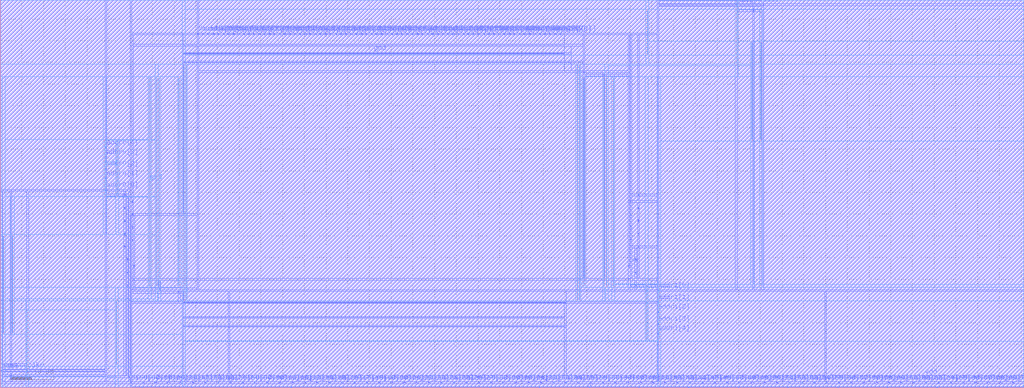
<source format=lef>
VERSION 5.4 ;
NAMESCASESENSITIVE ON ;
BUSBITCHARS "[]" ;
DIVIDERCHAR "/" ;
UNITS
  DATABASE MICRONS 2000 ;
END UNITS
MACRO freepdk45_sram_1w1r_32x72
   CLASS BLOCK ;
   SIZE 235.72 BY 89.4325 ;
   SYMMETRY X Y R90 ;
   PIN din0[0]
      DIRECTION INPUT ;
      PORT
         LAYER metal3 ;
         RECT  30.015 1.105 30.15 1.24 ;
      END
   END din0[0]
   PIN din0[1]
      DIRECTION INPUT ;
      PORT
         LAYER metal3 ;
         RECT  32.875 1.105 33.01 1.24 ;
      END
   END din0[1]
   PIN din0[2]
      DIRECTION INPUT ;
      PORT
         LAYER metal3 ;
         RECT  35.735 1.105 35.87 1.24 ;
      END
   END din0[2]
   PIN din0[3]
      DIRECTION INPUT ;
      PORT
         LAYER metal3 ;
         RECT  38.595 1.105 38.73 1.24 ;
      END
   END din0[3]
   PIN din0[4]
      DIRECTION INPUT ;
      PORT
         LAYER metal3 ;
         RECT  41.455 1.105 41.59 1.24 ;
      END
   END din0[4]
   PIN din0[5]
      DIRECTION INPUT ;
      PORT
         LAYER metal3 ;
         RECT  44.315 1.105 44.45 1.24 ;
      END
   END din0[5]
   PIN din0[6]
      DIRECTION INPUT ;
      PORT
         LAYER metal3 ;
         RECT  47.175 1.105 47.31 1.24 ;
      END
   END din0[6]
   PIN din0[7]
      DIRECTION INPUT ;
      PORT
         LAYER metal3 ;
         RECT  50.035 1.105 50.17 1.24 ;
      END
   END din0[7]
   PIN din0[8]
      DIRECTION INPUT ;
      PORT
         LAYER metal3 ;
         RECT  52.895 1.105 53.03 1.24 ;
      END
   END din0[8]
   PIN din0[9]
      DIRECTION INPUT ;
      PORT
         LAYER metal3 ;
         RECT  55.755 1.105 55.89 1.24 ;
      END
   END din0[9]
   PIN din0[10]
      DIRECTION INPUT ;
      PORT
         LAYER metal3 ;
         RECT  58.615 1.105 58.75 1.24 ;
      END
   END din0[10]
   PIN din0[11]
      DIRECTION INPUT ;
      PORT
         LAYER metal3 ;
         RECT  61.475 1.105 61.61 1.24 ;
      END
   END din0[11]
   PIN din0[12]
      DIRECTION INPUT ;
      PORT
         LAYER metal3 ;
         RECT  64.335 1.105 64.47 1.24 ;
      END
   END din0[12]
   PIN din0[13]
      DIRECTION INPUT ;
      PORT
         LAYER metal3 ;
         RECT  67.195 1.105 67.33 1.24 ;
      END
   END din0[13]
   PIN din0[14]
      DIRECTION INPUT ;
      PORT
         LAYER metal3 ;
         RECT  70.055 1.105 70.19 1.24 ;
      END
   END din0[14]
   PIN din0[15]
      DIRECTION INPUT ;
      PORT
         LAYER metal3 ;
         RECT  72.915 1.105 73.05 1.24 ;
      END
   END din0[15]
   PIN din0[16]
      DIRECTION INPUT ;
      PORT
         LAYER metal3 ;
         RECT  75.775 1.105 75.91 1.24 ;
      END
   END din0[16]
   PIN din0[17]
      DIRECTION INPUT ;
      PORT
         LAYER metal3 ;
         RECT  78.635 1.105 78.77 1.24 ;
      END
   END din0[17]
   PIN din0[18]
      DIRECTION INPUT ;
      PORT
         LAYER metal3 ;
         RECT  81.495 1.105 81.63 1.24 ;
      END
   END din0[18]
   PIN din0[19]
      DIRECTION INPUT ;
      PORT
         LAYER metal3 ;
         RECT  84.355 1.105 84.49 1.24 ;
      END
   END din0[19]
   PIN din0[20]
      DIRECTION INPUT ;
      PORT
         LAYER metal3 ;
         RECT  87.215 1.105 87.35 1.24 ;
      END
   END din0[20]
   PIN din0[21]
      DIRECTION INPUT ;
      PORT
         LAYER metal3 ;
         RECT  90.075 1.105 90.21 1.24 ;
      END
   END din0[21]
   PIN din0[22]
      DIRECTION INPUT ;
      PORT
         LAYER metal3 ;
         RECT  92.935 1.105 93.07 1.24 ;
      END
   END din0[22]
   PIN din0[23]
      DIRECTION INPUT ;
      PORT
         LAYER metal3 ;
         RECT  95.795 1.105 95.93 1.24 ;
      END
   END din0[23]
   PIN din0[24]
      DIRECTION INPUT ;
      PORT
         LAYER metal3 ;
         RECT  98.655 1.105 98.79 1.24 ;
      END
   END din0[24]
   PIN din0[25]
      DIRECTION INPUT ;
      PORT
         LAYER metal3 ;
         RECT  101.515 1.105 101.65 1.24 ;
      END
   END din0[25]
   PIN din0[26]
      DIRECTION INPUT ;
      PORT
         LAYER metal3 ;
         RECT  104.375 1.105 104.51 1.24 ;
      END
   END din0[26]
   PIN din0[27]
      DIRECTION INPUT ;
      PORT
         LAYER metal3 ;
         RECT  107.235 1.105 107.37 1.24 ;
      END
   END din0[27]
   PIN din0[28]
      DIRECTION INPUT ;
      PORT
         LAYER metal3 ;
         RECT  110.095 1.105 110.23 1.24 ;
      END
   END din0[28]
   PIN din0[29]
      DIRECTION INPUT ;
      PORT
         LAYER metal3 ;
         RECT  112.955 1.105 113.09 1.24 ;
      END
   END din0[29]
   PIN din0[30]
      DIRECTION INPUT ;
      PORT
         LAYER metal3 ;
         RECT  115.815 1.105 115.95 1.24 ;
      END
   END din0[30]
   PIN din0[31]
      DIRECTION INPUT ;
      PORT
         LAYER metal3 ;
         RECT  118.675 1.105 118.81 1.24 ;
      END
   END din0[31]
   PIN din0[32]
      DIRECTION INPUT ;
      PORT
         LAYER metal3 ;
         RECT  121.535 1.105 121.67 1.24 ;
      END
   END din0[32]
   PIN din0[33]
      DIRECTION INPUT ;
      PORT
         LAYER metal3 ;
         RECT  124.395 1.105 124.53 1.24 ;
      END
   END din0[33]
   PIN din0[34]
      DIRECTION INPUT ;
      PORT
         LAYER metal3 ;
         RECT  127.255 1.105 127.39 1.24 ;
      END
   END din0[34]
   PIN din0[35]
      DIRECTION INPUT ;
      PORT
         LAYER metal3 ;
         RECT  130.115 1.105 130.25 1.24 ;
      END
   END din0[35]
   PIN din0[36]
      DIRECTION INPUT ;
      PORT
         LAYER metal3 ;
         RECT  132.975 1.105 133.11 1.24 ;
      END
   END din0[36]
   PIN din0[37]
      DIRECTION INPUT ;
      PORT
         LAYER metal3 ;
         RECT  135.835 1.105 135.97 1.24 ;
      END
   END din0[37]
   PIN din0[38]
      DIRECTION INPUT ;
      PORT
         LAYER metal3 ;
         RECT  138.695 1.105 138.83 1.24 ;
      END
   END din0[38]
   PIN din0[39]
      DIRECTION INPUT ;
      PORT
         LAYER metal3 ;
         RECT  141.555 1.105 141.69 1.24 ;
      END
   END din0[39]
   PIN din0[40]
      DIRECTION INPUT ;
      PORT
         LAYER metal3 ;
         RECT  144.415 1.105 144.55 1.24 ;
      END
   END din0[40]
   PIN din0[41]
      DIRECTION INPUT ;
      PORT
         LAYER metal3 ;
         RECT  147.275 1.105 147.41 1.24 ;
      END
   END din0[41]
   PIN din0[42]
      DIRECTION INPUT ;
      PORT
         LAYER metal3 ;
         RECT  150.135 1.105 150.27 1.24 ;
      END
   END din0[42]
   PIN din0[43]
      DIRECTION INPUT ;
      PORT
         LAYER metal3 ;
         RECT  152.995 1.105 153.13 1.24 ;
      END
   END din0[43]
   PIN din0[44]
      DIRECTION INPUT ;
      PORT
         LAYER metal3 ;
         RECT  155.855 1.105 155.99 1.24 ;
      END
   END din0[44]
   PIN din0[45]
      DIRECTION INPUT ;
      PORT
         LAYER metal3 ;
         RECT  158.715 1.105 158.85 1.24 ;
      END
   END din0[45]
   PIN din0[46]
      DIRECTION INPUT ;
      PORT
         LAYER metal3 ;
         RECT  161.575 1.105 161.71 1.24 ;
      END
   END din0[46]
   PIN din0[47]
      DIRECTION INPUT ;
      PORT
         LAYER metal3 ;
         RECT  164.435 1.105 164.57 1.24 ;
      END
   END din0[47]
   PIN din0[48]
      DIRECTION INPUT ;
      PORT
         LAYER metal3 ;
         RECT  167.295 1.105 167.43 1.24 ;
      END
   END din0[48]
   PIN din0[49]
      DIRECTION INPUT ;
      PORT
         LAYER metal3 ;
         RECT  170.155 1.105 170.29 1.24 ;
      END
   END din0[49]
   PIN din0[50]
      DIRECTION INPUT ;
      PORT
         LAYER metal3 ;
         RECT  173.015 1.105 173.15 1.24 ;
      END
   END din0[50]
   PIN din0[51]
      DIRECTION INPUT ;
      PORT
         LAYER metal3 ;
         RECT  175.875 1.105 176.01 1.24 ;
      END
   END din0[51]
   PIN din0[52]
      DIRECTION INPUT ;
      PORT
         LAYER metal3 ;
         RECT  178.735 1.105 178.87 1.24 ;
      END
   END din0[52]
   PIN din0[53]
      DIRECTION INPUT ;
      PORT
         LAYER metal3 ;
         RECT  181.595 1.105 181.73 1.24 ;
      END
   END din0[53]
   PIN din0[54]
      DIRECTION INPUT ;
      PORT
         LAYER metal3 ;
         RECT  184.455 1.105 184.59 1.24 ;
      END
   END din0[54]
   PIN din0[55]
      DIRECTION INPUT ;
      PORT
         LAYER metal3 ;
         RECT  187.315 1.105 187.45 1.24 ;
      END
   END din0[55]
   PIN din0[56]
      DIRECTION INPUT ;
      PORT
         LAYER metal3 ;
         RECT  190.175 1.105 190.31 1.24 ;
      END
   END din0[56]
   PIN din0[57]
      DIRECTION INPUT ;
      PORT
         LAYER metal3 ;
         RECT  193.035 1.105 193.17 1.24 ;
      END
   END din0[57]
   PIN din0[58]
      DIRECTION INPUT ;
      PORT
         LAYER metal3 ;
         RECT  195.895 1.105 196.03 1.24 ;
      END
   END din0[58]
   PIN din0[59]
      DIRECTION INPUT ;
      PORT
         LAYER metal3 ;
         RECT  198.755 1.105 198.89 1.24 ;
      END
   END din0[59]
   PIN din0[60]
      DIRECTION INPUT ;
      PORT
         LAYER metal3 ;
         RECT  201.615 1.105 201.75 1.24 ;
      END
   END din0[60]
   PIN din0[61]
      DIRECTION INPUT ;
      PORT
         LAYER metal3 ;
         RECT  204.475 1.105 204.61 1.24 ;
      END
   END din0[61]
   PIN din0[62]
      DIRECTION INPUT ;
      PORT
         LAYER metal3 ;
         RECT  207.335 1.105 207.47 1.24 ;
      END
   END din0[62]
   PIN din0[63]
      DIRECTION INPUT ;
      PORT
         LAYER metal3 ;
         RECT  210.195 1.105 210.33 1.24 ;
      END
   END din0[63]
   PIN din0[64]
      DIRECTION INPUT ;
      PORT
         LAYER metal3 ;
         RECT  213.055 1.105 213.19 1.24 ;
      END
   END din0[64]
   PIN din0[65]
      DIRECTION INPUT ;
      PORT
         LAYER metal3 ;
         RECT  215.915 1.105 216.05 1.24 ;
      END
   END din0[65]
   PIN din0[66]
      DIRECTION INPUT ;
      PORT
         LAYER metal3 ;
         RECT  218.775 1.105 218.91 1.24 ;
      END
   END din0[66]
   PIN din0[67]
      DIRECTION INPUT ;
      PORT
         LAYER metal3 ;
         RECT  221.635 1.105 221.77 1.24 ;
      END
   END din0[67]
   PIN din0[68]
      DIRECTION INPUT ;
      PORT
         LAYER metal3 ;
         RECT  224.495 1.105 224.63 1.24 ;
      END
   END din0[68]
   PIN din0[69]
      DIRECTION INPUT ;
      PORT
         LAYER metal3 ;
         RECT  227.355 1.105 227.49 1.24 ;
      END
   END din0[69]
   PIN din0[70]
      DIRECTION INPUT ;
      PORT
         LAYER metal3 ;
         RECT  230.215 1.105 230.35 1.24 ;
      END
   END din0[70]
   PIN din0[71]
      DIRECTION INPUT ;
      PORT
         LAYER metal3 ;
         RECT  233.075 1.105 233.21 1.24 ;
      END
   END din0[71]
   PIN addr0[0]
      DIRECTION INPUT ;
      PORT
         LAYER metal3 ;
         RECT  24.295 45.47 24.43 45.605 ;
      END
   END addr0[0]
   PIN addr0[1]
      DIRECTION INPUT ;
      PORT
         LAYER metal3 ;
         RECT  24.295 48.2 24.43 48.335 ;
      END
   END addr0[1]
   PIN addr0[2]
      DIRECTION INPUT ;
      PORT
         LAYER metal3 ;
         RECT  24.295 50.41 24.43 50.545 ;
      END
   END addr0[2]
   PIN addr0[3]
      DIRECTION INPUT ;
      PORT
         LAYER metal3 ;
         RECT  24.295 53.14 24.43 53.275 ;
      END
   END addr0[3]
   PIN addr0[4]
      DIRECTION INPUT ;
      PORT
         LAYER metal3 ;
         RECT  24.295 55.35 24.43 55.485 ;
      END
   END addr0[4]
   PIN addr1[0]
      DIRECTION INPUT ;
      PORT
         LAYER metal3 ;
         RECT  151.335 22.33 151.47 22.465 ;
      END
   END addr1[0]
   PIN addr1[1]
      DIRECTION INPUT ;
      PORT
         LAYER metal3 ;
         RECT  151.335 19.6 151.47 19.735 ;
      END
   END addr1[1]
   PIN addr1[2]
      DIRECTION INPUT ;
      PORT
         LAYER metal3 ;
         RECT  151.335 17.39 151.47 17.525 ;
      END
   END addr1[2]
   PIN addr1[3]
      DIRECTION INPUT ;
      PORT
         LAYER metal3 ;
         RECT  151.335 14.66 151.47 14.795 ;
      END
   END addr1[3]
   PIN addr1[4]
      DIRECTION INPUT ;
      PORT
         LAYER metal3 ;
         RECT  151.335 12.45 151.47 12.585 ;
      END
   END addr1[4]
   PIN csb0
      DIRECTION INPUT ;
      PORT
         LAYER metal3 ;
         RECT  0.285 3.87 0.42 4.005 ;
      END
   END csb0
   PIN csb1
      DIRECTION INPUT ;
      PORT
         LAYER metal3 ;
         RECT  175.485 88.19 175.62 88.325 ;
      END
   END csb1
   PIN clk0
      DIRECTION INPUT ;
      PORT
         LAYER metal3 ;
         RECT  6.2475 3.955 6.3825 4.09 ;
      END
   END clk0
   PIN clk1
      DIRECTION INPUT ;
      PORT
         LAYER metal3 ;
         RECT  169.3825 88.105 169.5175 88.24 ;
      END
   END clk1
   PIN dout1[0]
      DIRECTION OUTPUT ;
      PORT
         LAYER metal3 ;
         RECT  45.4525 81.4825 45.5875 81.6175 ;
      END
   END dout1[0]
   PIN dout1[1]
      DIRECTION OUTPUT ;
      PORT
         LAYER metal3 ;
         RECT  46.6275 81.4825 46.7625 81.6175 ;
      END
   END dout1[1]
   PIN dout1[2]
      DIRECTION OUTPUT ;
      PORT
         LAYER metal3 ;
         RECT  47.8025 81.4825 47.9375 81.6175 ;
      END
   END dout1[2]
   PIN dout1[3]
      DIRECTION OUTPUT ;
      PORT
         LAYER metal3 ;
         RECT  48.9775 81.4825 49.1125 81.6175 ;
      END
   END dout1[3]
   PIN dout1[4]
      DIRECTION OUTPUT ;
      PORT
         LAYER metal3 ;
         RECT  50.1525 81.4825 50.2875 81.6175 ;
      END
   END dout1[4]
   PIN dout1[5]
      DIRECTION OUTPUT ;
      PORT
         LAYER metal3 ;
         RECT  51.3275 81.4825 51.4625 81.6175 ;
      END
   END dout1[5]
   PIN dout1[6]
      DIRECTION OUTPUT ;
      PORT
         LAYER metal3 ;
         RECT  52.5025 81.4825 52.6375 81.6175 ;
      END
   END dout1[6]
   PIN dout1[7]
      DIRECTION OUTPUT ;
      PORT
         LAYER metal3 ;
         RECT  53.6775 81.4825 53.8125 81.6175 ;
      END
   END dout1[7]
   PIN dout1[8]
      DIRECTION OUTPUT ;
      PORT
         LAYER metal3 ;
         RECT  54.8525 81.4825 54.9875 81.6175 ;
      END
   END dout1[8]
   PIN dout1[9]
      DIRECTION OUTPUT ;
      PORT
         LAYER metal3 ;
         RECT  56.0275 81.4825 56.1625 81.6175 ;
      END
   END dout1[9]
   PIN dout1[10]
      DIRECTION OUTPUT ;
      PORT
         LAYER metal3 ;
         RECT  57.2025 81.4825 57.3375 81.6175 ;
      END
   END dout1[10]
   PIN dout1[11]
      DIRECTION OUTPUT ;
      PORT
         LAYER metal3 ;
         RECT  58.3775 81.4825 58.5125 81.6175 ;
      END
   END dout1[11]
   PIN dout1[12]
      DIRECTION OUTPUT ;
      PORT
         LAYER metal3 ;
         RECT  59.5525 81.4825 59.6875 81.6175 ;
      END
   END dout1[12]
   PIN dout1[13]
      DIRECTION OUTPUT ;
      PORT
         LAYER metal3 ;
         RECT  60.7275 81.4825 60.8625 81.6175 ;
      END
   END dout1[13]
   PIN dout1[14]
      DIRECTION OUTPUT ;
      PORT
         LAYER metal3 ;
         RECT  61.9025 81.4825 62.0375 81.6175 ;
      END
   END dout1[14]
   PIN dout1[15]
      DIRECTION OUTPUT ;
      PORT
         LAYER metal3 ;
         RECT  63.0775 81.4825 63.2125 81.6175 ;
      END
   END dout1[15]
   PIN dout1[16]
      DIRECTION OUTPUT ;
      PORT
         LAYER metal3 ;
         RECT  64.2525 81.4825 64.3875 81.6175 ;
      END
   END dout1[16]
   PIN dout1[17]
      DIRECTION OUTPUT ;
      PORT
         LAYER metal3 ;
         RECT  65.4275 81.4825 65.5625 81.6175 ;
      END
   END dout1[17]
   PIN dout1[18]
      DIRECTION OUTPUT ;
      PORT
         LAYER metal3 ;
         RECT  66.6025 81.4825 66.7375 81.6175 ;
      END
   END dout1[18]
   PIN dout1[19]
      DIRECTION OUTPUT ;
      PORT
         LAYER metal3 ;
         RECT  67.7775 81.4825 67.9125 81.6175 ;
      END
   END dout1[19]
   PIN dout1[20]
      DIRECTION OUTPUT ;
      PORT
         LAYER metal3 ;
         RECT  68.9525 81.4825 69.0875 81.6175 ;
      END
   END dout1[20]
   PIN dout1[21]
      DIRECTION OUTPUT ;
      PORT
         LAYER metal3 ;
         RECT  70.1275 81.4825 70.2625 81.6175 ;
      END
   END dout1[21]
   PIN dout1[22]
      DIRECTION OUTPUT ;
      PORT
         LAYER metal3 ;
         RECT  71.3025 81.4825 71.4375 81.6175 ;
      END
   END dout1[22]
   PIN dout1[23]
      DIRECTION OUTPUT ;
      PORT
         LAYER metal3 ;
         RECT  72.4775 81.4825 72.6125 81.6175 ;
      END
   END dout1[23]
   PIN dout1[24]
      DIRECTION OUTPUT ;
      PORT
         LAYER metal3 ;
         RECT  73.6525 81.4825 73.7875 81.6175 ;
      END
   END dout1[24]
   PIN dout1[25]
      DIRECTION OUTPUT ;
      PORT
         LAYER metal3 ;
         RECT  74.8275 81.4825 74.9625 81.6175 ;
      END
   END dout1[25]
   PIN dout1[26]
      DIRECTION OUTPUT ;
      PORT
         LAYER metal3 ;
         RECT  76.0025 81.4825 76.1375 81.6175 ;
      END
   END dout1[26]
   PIN dout1[27]
      DIRECTION OUTPUT ;
      PORT
         LAYER metal3 ;
         RECT  77.1775 81.4825 77.3125 81.6175 ;
      END
   END dout1[27]
   PIN dout1[28]
      DIRECTION OUTPUT ;
      PORT
         LAYER metal3 ;
         RECT  78.3525 81.4825 78.4875 81.6175 ;
      END
   END dout1[28]
   PIN dout1[29]
      DIRECTION OUTPUT ;
      PORT
         LAYER metal3 ;
         RECT  79.5275 81.4825 79.6625 81.6175 ;
      END
   END dout1[29]
   PIN dout1[30]
      DIRECTION OUTPUT ;
      PORT
         LAYER metal3 ;
         RECT  80.7025 81.4825 80.8375 81.6175 ;
      END
   END dout1[30]
   PIN dout1[31]
      DIRECTION OUTPUT ;
      PORT
         LAYER metal3 ;
         RECT  81.8775 81.4825 82.0125 81.6175 ;
      END
   END dout1[31]
   PIN dout1[32]
      DIRECTION OUTPUT ;
      PORT
         LAYER metal3 ;
         RECT  83.0525 81.4825 83.1875 81.6175 ;
      END
   END dout1[32]
   PIN dout1[33]
      DIRECTION OUTPUT ;
      PORT
         LAYER metal3 ;
         RECT  84.2275 81.4825 84.3625 81.6175 ;
      END
   END dout1[33]
   PIN dout1[34]
      DIRECTION OUTPUT ;
      PORT
         LAYER metal3 ;
         RECT  85.4025 81.4825 85.5375 81.6175 ;
      END
   END dout1[34]
   PIN dout1[35]
      DIRECTION OUTPUT ;
      PORT
         LAYER metal3 ;
         RECT  86.5775 81.4825 86.7125 81.6175 ;
      END
   END dout1[35]
   PIN dout1[36]
      DIRECTION OUTPUT ;
      PORT
         LAYER metal3 ;
         RECT  87.7525 81.4825 87.8875 81.6175 ;
      END
   END dout1[36]
   PIN dout1[37]
      DIRECTION OUTPUT ;
      PORT
         LAYER metal3 ;
         RECT  88.9275 81.4825 89.0625 81.6175 ;
      END
   END dout1[37]
   PIN dout1[38]
      DIRECTION OUTPUT ;
      PORT
         LAYER metal3 ;
         RECT  90.1025 81.4825 90.2375 81.6175 ;
      END
   END dout1[38]
   PIN dout1[39]
      DIRECTION OUTPUT ;
      PORT
         LAYER metal3 ;
         RECT  91.2775 81.4825 91.4125 81.6175 ;
      END
   END dout1[39]
   PIN dout1[40]
      DIRECTION OUTPUT ;
      PORT
         LAYER metal3 ;
         RECT  92.4525 81.4825 92.5875 81.6175 ;
      END
   END dout1[40]
   PIN dout1[41]
      DIRECTION OUTPUT ;
      PORT
         LAYER metal3 ;
         RECT  93.6275 81.4825 93.7625 81.6175 ;
      END
   END dout1[41]
   PIN dout1[42]
      DIRECTION OUTPUT ;
      PORT
         LAYER metal3 ;
         RECT  94.8025 81.4825 94.9375 81.6175 ;
      END
   END dout1[42]
   PIN dout1[43]
      DIRECTION OUTPUT ;
      PORT
         LAYER metal3 ;
         RECT  95.9775 81.4825 96.1125 81.6175 ;
      END
   END dout1[43]
   PIN dout1[44]
      DIRECTION OUTPUT ;
      PORT
         LAYER metal3 ;
         RECT  97.1525 81.4825 97.2875 81.6175 ;
      END
   END dout1[44]
   PIN dout1[45]
      DIRECTION OUTPUT ;
      PORT
         LAYER metal3 ;
         RECT  98.3275 81.4825 98.4625 81.6175 ;
      END
   END dout1[45]
   PIN dout1[46]
      DIRECTION OUTPUT ;
      PORT
         LAYER metal3 ;
         RECT  99.5025 81.4825 99.6375 81.6175 ;
      END
   END dout1[46]
   PIN dout1[47]
      DIRECTION OUTPUT ;
      PORT
         LAYER metal3 ;
         RECT  100.6775 81.4825 100.8125 81.6175 ;
      END
   END dout1[47]
   PIN dout1[48]
      DIRECTION OUTPUT ;
      PORT
         LAYER metal3 ;
         RECT  101.8525 81.4825 101.9875 81.6175 ;
      END
   END dout1[48]
   PIN dout1[49]
      DIRECTION OUTPUT ;
      PORT
         LAYER metal3 ;
         RECT  103.0275 81.4825 103.1625 81.6175 ;
      END
   END dout1[49]
   PIN dout1[50]
      DIRECTION OUTPUT ;
      PORT
         LAYER metal3 ;
         RECT  104.2025 81.4825 104.3375 81.6175 ;
      END
   END dout1[50]
   PIN dout1[51]
      DIRECTION OUTPUT ;
      PORT
         LAYER metal3 ;
         RECT  105.3775 81.4825 105.5125 81.6175 ;
      END
   END dout1[51]
   PIN dout1[52]
      DIRECTION OUTPUT ;
      PORT
         LAYER metal3 ;
         RECT  106.5525 81.4825 106.6875 81.6175 ;
      END
   END dout1[52]
   PIN dout1[53]
      DIRECTION OUTPUT ;
      PORT
         LAYER metal3 ;
         RECT  107.7275 81.4825 107.8625 81.6175 ;
      END
   END dout1[53]
   PIN dout1[54]
      DIRECTION OUTPUT ;
      PORT
         LAYER metal3 ;
         RECT  108.9025 81.4825 109.0375 81.6175 ;
      END
   END dout1[54]
   PIN dout1[55]
      DIRECTION OUTPUT ;
      PORT
         LAYER metal3 ;
         RECT  110.0775 81.4825 110.2125 81.6175 ;
      END
   END dout1[55]
   PIN dout1[56]
      DIRECTION OUTPUT ;
      PORT
         LAYER metal3 ;
         RECT  111.2525 81.4825 111.3875 81.6175 ;
      END
   END dout1[56]
   PIN dout1[57]
      DIRECTION OUTPUT ;
      PORT
         LAYER metal3 ;
         RECT  112.4275 81.4825 112.5625 81.6175 ;
      END
   END dout1[57]
   PIN dout1[58]
      DIRECTION OUTPUT ;
      PORT
         LAYER metal3 ;
         RECT  113.6025 81.4825 113.7375 81.6175 ;
      END
   END dout1[58]
   PIN dout1[59]
      DIRECTION OUTPUT ;
      PORT
         LAYER metal3 ;
         RECT  114.7775 81.4825 114.9125 81.6175 ;
      END
   END dout1[59]
   PIN dout1[60]
      DIRECTION OUTPUT ;
      PORT
         LAYER metal3 ;
         RECT  115.9525 81.4825 116.0875 81.6175 ;
      END
   END dout1[60]
   PIN dout1[61]
      DIRECTION OUTPUT ;
      PORT
         LAYER metal3 ;
         RECT  117.1275 81.4825 117.2625 81.6175 ;
      END
   END dout1[61]
   PIN dout1[62]
      DIRECTION OUTPUT ;
      PORT
         LAYER metal3 ;
         RECT  118.3025 81.4825 118.4375 81.6175 ;
      END
   END dout1[62]
   PIN dout1[63]
      DIRECTION OUTPUT ;
      PORT
         LAYER metal3 ;
         RECT  119.4775 81.4825 119.6125 81.6175 ;
      END
   END dout1[63]
   PIN dout1[64]
      DIRECTION OUTPUT ;
      PORT
         LAYER metal3 ;
         RECT  120.6525 81.4825 120.7875 81.6175 ;
      END
   END dout1[64]
   PIN dout1[65]
      DIRECTION OUTPUT ;
      PORT
         LAYER metal3 ;
         RECT  121.8275 81.4825 121.9625 81.6175 ;
      END
   END dout1[65]
   PIN dout1[66]
      DIRECTION OUTPUT ;
      PORT
         LAYER metal3 ;
         RECT  123.0025 81.4825 123.1375 81.6175 ;
      END
   END dout1[66]
   PIN dout1[67]
      DIRECTION OUTPUT ;
      PORT
         LAYER metal3 ;
         RECT  124.1775 81.4825 124.3125 81.6175 ;
      END
   END dout1[67]
   PIN dout1[68]
      DIRECTION OUTPUT ;
      PORT
         LAYER metal3 ;
         RECT  125.3525 81.4825 125.4875 81.6175 ;
      END
   END dout1[68]
   PIN dout1[69]
      DIRECTION OUTPUT ;
      PORT
         LAYER metal3 ;
         RECT  126.5275 81.4825 126.6625 81.6175 ;
      END
   END dout1[69]
   PIN dout1[70]
      DIRECTION OUTPUT ;
      PORT
         LAYER metal3 ;
         RECT  127.7025 81.4825 127.8375 81.6175 ;
      END
   END dout1[70]
   PIN dout1[71]
      DIRECTION OUTPUT ;
      PORT
         LAYER metal3 ;
         RECT  128.8775 81.4825 129.0125 81.6175 ;
      END
   END dout1[71]
   PIN vdd
      DIRECTION INOUT ;
      USE POWER ; 
      SHAPE ABUTMENT ; 
      PORT
         LAYER metal3 ;
         RECT  52.6125 2.47 52.7475 2.605 ;
         LAYER metal3 ;
         RECT  42.2675 19.5675 130.1525 19.6375 ;
         LAYER metal3 ;
         RECT  2.425 5.235 2.56 5.37 ;
         LAYER metal3 ;
         RECT  189.8925 2.47 190.0275 2.605 ;
         LAYER metal4 ;
         RECT  42.2 20.2625 42.34 74.3325 ;
         LAYER metal3 ;
         RECT  144.6975 24.93 144.8325 25.065 ;
         LAYER metal4 ;
         RECT  133.23 20.2625 133.37 74.3325 ;
         LAYER metal3 ;
         RECT  30.3925 39.88 30.5275 40.015 ;
         LAYER metal3 ;
         RECT  201.3325 2.47 201.4675 2.605 ;
         LAYER metal4 ;
         RECT  35.945 23.4325 36.085 71.4825 ;
         LAYER metal3 ;
         RECT  134.3125 72.77 134.4475 72.905 ;
         LAYER metal4 ;
         RECT  148.895 76.9425 149.035 86.9625 ;
         LAYER metal3 ;
         RECT  109.8125 2.47 109.9475 2.605 ;
         LAYER metal3 ;
         RECT  167.0125 2.47 167.1475 2.605 ;
         LAYER metal3 ;
         RECT  178.4525 2.47 178.5875 2.605 ;
         LAYER metal3 ;
         RECT  173.345 86.825 173.48 86.96 ;
         LAYER metal3 ;
         RECT  144.6975 27.92 144.8325 28.055 ;
         LAYER metal4 ;
         RECT  0.6875 12.61 0.8275 35.0125 ;
         LAYER metal3 ;
         RECT  224.2125 2.47 224.3475 2.605 ;
         LAYER metal4 ;
         RECT  139.485 23.4325 139.625 71.4825 ;
         LAYER metal3 ;
         RECT  30.3925 42.87 30.5275 43.005 ;
         LAYER metal3 ;
         RECT  30.7375 24.93 30.8725 25.065 ;
         LAYER metal4 ;
         RECT  134.31 23.4325 134.45 71.4125 ;
         LAYER metal3 ;
         RECT  41.1225 21.94 41.2575 22.075 ;
         LAYER metal4 ;
         RECT  151.615 11.0175 151.755 23.5725 ;
         LAYER metal3 ;
         RECT  30.3925 36.89 30.5275 37.025 ;
         LAYER metal3 ;
         RECT  145.0425 42.87 145.1775 43.005 ;
         LAYER metal3 ;
         RECT  132.6925 2.47 132.8275 2.605 ;
         LAYER metal3 ;
         RECT  75.4925 2.47 75.6275 2.605 ;
         LAYER metal3 ;
         RECT  30.3925 33.9 30.5275 34.035 ;
         LAYER metal3 ;
         RECT  42.2675 78.925 129.6825 78.995 ;
         LAYER metal3 ;
         RECT  41.1725 2.47 41.3075 2.605 ;
         LAYER metal3 ;
         RECT  42.2675 75.0275 131.3275 75.0975 ;
         LAYER metal3 ;
         RECT  98.3725 2.47 98.5075 2.605 ;
         LAYER metal3 ;
         RECT  145.0425 39.88 145.1775 40.015 ;
         LAYER metal4 ;
         RECT  41.12 23.4325 41.26 71.4125 ;
         LAYER metal3 ;
         RECT  36.565 22.7275 36.7 22.8625 ;
         LAYER metal3 ;
         RECT  144.1325 2.47 144.2675 2.605 ;
         LAYER metal3 ;
         RECT  30.7375 27.92 30.8725 28.055 ;
         LAYER metal3 ;
         RECT  145.0425 36.89 145.1775 37.025 ;
         LAYER metal3 ;
         RECT  29.7325 2.47 29.8675 2.605 ;
         LAYER metal3 ;
         RECT  42.2675 14.1325 129.6825 14.2025 ;
         LAYER metal4 ;
         RECT  26.73 5.2325 26.87 20.1925 ;
         LAYER metal3 ;
         RECT  121.2525 2.47 121.3875 2.605 ;
         LAYER metal3 ;
         RECT  155.5725 2.47 155.7075 2.605 ;
         LAYER metal3 ;
         RECT  64.0525 2.47 64.1875 2.605 ;
         LAYER metal3 ;
         RECT  145.0425 33.9 145.1775 34.035 ;
         LAYER metal4 ;
         RECT  175.0775 57.1825 175.2175 79.585 ;
         LAYER metal3 ;
         RECT  86.9325 2.47 87.0675 2.605 ;
         LAYER metal3 ;
         RECT  138.87 71.9825 139.005 72.1175 ;
         LAYER metal4 ;
         RECT  24.01 44.3625 24.15 56.9175 ;
         LAYER metal3 ;
         RECT  212.7725 2.47 212.9075 2.605 ;
      END
   END vdd
   PIN gnd
      DIRECTION INOUT ;
      USE GROUND ; 
      SHAPE ABUTMENT ; 
      PORT
         LAYER metal4 ;
         RECT  6.105 2.7625 6.245 17.7225 ;
         LAYER metal3 ;
         RECT  146.85 44.365 146.985 44.5 ;
         LAYER metal4 ;
         RECT  173.015 57.15 173.155 79.5525 ;
         LAYER metal3 ;
         RECT  135.5525 0.0 135.6875 0.135 ;
         LAYER metal3 ;
         RECT  227.0725 0.0 227.2075 0.135 ;
         LAYER metal3 ;
         RECT  173.345 89.295 173.48 89.43 ;
         LAYER metal4 ;
         RECT  36.505 23.4 36.645 71.445 ;
         LAYER metal3 ;
         RECT  28.585 44.365 28.72 44.5 ;
         LAYER metal3 ;
         RECT  204.1925 0.0 204.3275 0.135 ;
         LAYER metal3 ;
         RECT  55.4725 0.0 55.6075 0.135 ;
         LAYER metal3 ;
         RECT  29.21 23.435 29.345 23.57 ;
         LAYER metal3 ;
         RECT  146.85 32.405 146.985 32.54 ;
         LAYER metal3 ;
         RECT  29.21 29.415 29.345 29.55 ;
         LAYER metal3 ;
         RECT  32.5925 0.0 32.7275 0.135 ;
         LAYER metal3 ;
         RECT  124.1125 0.0 124.2475 0.135 ;
         LAYER metal3 ;
         RECT  28.585 41.375 28.72 41.51 ;
         LAYER metal4 ;
         RECT  26.87 44.2975 27.01 56.8525 ;
         LAYER metal3 ;
         RECT  89.7925 0.0 89.9275 0.135 ;
         LAYER metal4 ;
         RECT  141.075 23.4 141.215 71.4825 ;
         LAYER metal3 ;
         RECT  146.225 29.415 146.36 29.55 ;
         LAYER metal3 ;
         RECT  44.0325 0.0 44.1675 0.135 ;
         LAYER metal3 ;
         RECT  66.9125 0.0 67.0475 0.135 ;
         LAYER metal3 ;
         RECT  146.85 38.385 146.985 38.52 ;
         LAYER metal3 ;
         RECT  29.21 26.425 29.345 26.56 ;
         LAYER metal3 ;
         RECT  28.585 32.405 28.72 32.54 ;
         LAYER metal3 ;
         RECT  146.85 35.395 146.985 35.53 ;
         LAYER metal3 ;
         RECT  215.6325 0.0 215.7675 0.135 ;
         LAYER metal4 ;
         RECT  138.925 23.4 139.065 71.445 ;
         LAYER metal3 ;
         RECT  146.225 26.425 146.36 26.56 ;
         LAYER metal3 ;
         RECT  146.225 23.435 146.36 23.57 ;
         LAYER metal3 ;
         RECT  169.8725 0.0 170.0075 0.135 ;
         LAYER metal3 ;
         RECT  146.85 41.375 146.985 41.51 ;
         LAYER metal4 ;
         RECT  148.755 11.0825 148.895 23.6375 ;
         LAYER metal4 ;
         RECT  132.77 20.2625 132.91 74.3325 ;
         LAYER metal3 ;
         RECT  181.3125 0.0 181.4475 0.135 ;
         LAYER metal3 ;
         RECT  101.2325 0.0 101.3675 0.135 ;
         LAYER metal3 ;
         RECT  28.585 35.395 28.72 35.53 ;
         LAYER metal3 ;
         RECT  192.7525 0.0 192.8875 0.135 ;
         LAYER metal3 ;
         RECT  78.3525 0.0 78.4875 0.135 ;
         LAYER metal3 ;
         RECT  146.9925 0.0 147.1275 0.135 ;
         LAYER metal3 ;
         RECT  42.2675 16.1825 129.6825 16.2525 ;
         LAYER metal4 ;
         RECT  2.75 12.6425 2.89 35.045 ;
         LAYER metal3 ;
         RECT  112.6725 0.0 112.8075 0.135 ;
         LAYER metal4 ;
         RECT  42.66 20.2625 42.8 74.3325 ;
         LAYER metal3 ;
         RECT  158.4325 0.0 158.5675 0.135 ;
         LAYER metal3 ;
         RECT  28.585 38.385 28.72 38.52 ;
         LAYER metal3 ;
         RECT  2.425 2.765 2.56 2.9 ;
         LAYER metal4 ;
         RECT  169.52 74.4725 169.66 89.4325 ;
         LAYER metal3 ;
         RECT  42.2675 77.0325 129.7175 77.1025 ;
         LAYER metal4 ;
         RECT  34.355 23.4 34.495 71.4825 ;
      END
   END gnd
   OBS
   LAYER  metal1 ;
      RECT  0.14 0.14 235.58 89.2925 ;
   LAYER  metal2 ;
      RECT  0.14 0.14 235.58 89.2925 ;
   LAYER  metal3 ;
      RECT  0.14 0.14 29.875 0.965 ;
      RECT  0.14 0.965 29.875 1.38 ;
      RECT  29.875 0.14 30.29 0.965 ;
      RECT  30.29 0.965 32.735 1.38 ;
      RECT  33.15 0.965 35.595 1.38 ;
      RECT  36.01 0.965 38.455 1.38 ;
      RECT  38.87 0.965 41.315 1.38 ;
      RECT  41.73 0.965 44.175 1.38 ;
      RECT  44.59 0.965 47.035 1.38 ;
      RECT  47.45 0.965 49.895 1.38 ;
      RECT  50.31 0.965 52.755 1.38 ;
      RECT  53.17 0.965 55.615 1.38 ;
      RECT  56.03 0.965 58.475 1.38 ;
      RECT  58.89 0.965 61.335 1.38 ;
      RECT  61.75 0.965 64.195 1.38 ;
      RECT  64.61 0.965 67.055 1.38 ;
      RECT  67.47 0.965 69.915 1.38 ;
      RECT  70.33 0.965 72.775 1.38 ;
      RECT  73.19 0.965 75.635 1.38 ;
      RECT  76.05 0.965 78.495 1.38 ;
      RECT  78.91 0.965 81.355 1.38 ;
      RECT  81.77 0.965 84.215 1.38 ;
      RECT  84.63 0.965 87.075 1.38 ;
      RECT  87.49 0.965 89.935 1.38 ;
      RECT  90.35 0.965 92.795 1.38 ;
      RECT  93.21 0.965 95.655 1.38 ;
      RECT  96.07 0.965 98.515 1.38 ;
      RECT  98.93 0.965 101.375 1.38 ;
      RECT  101.79 0.965 104.235 1.38 ;
      RECT  104.65 0.965 107.095 1.38 ;
      RECT  107.51 0.965 109.955 1.38 ;
      RECT  110.37 0.965 112.815 1.38 ;
      RECT  113.23 0.965 115.675 1.38 ;
      RECT  116.09 0.965 118.535 1.38 ;
      RECT  118.95 0.965 121.395 1.38 ;
      RECT  121.81 0.965 124.255 1.38 ;
      RECT  124.67 0.965 127.115 1.38 ;
      RECT  127.53 0.965 129.975 1.38 ;
      RECT  130.39 0.965 132.835 1.38 ;
      RECT  133.25 0.965 135.695 1.38 ;
      RECT  136.11 0.965 138.555 1.38 ;
      RECT  138.97 0.965 141.415 1.38 ;
      RECT  141.83 0.965 144.275 1.38 ;
      RECT  144.69 0.965 147.135 1.38 ;
      RECT  147.55 0.965 149.995 1.38 ;
      RECT  150.41 0.965 152.855 1.38 ;
      RECT  153.27 0.965 155.715 1.38 ;
      RECT  156.13 0.965 158.575 1.38 ;
      RECT  158.99 0.965 161.435 1.38 ;
      RECT  161.85 0.965 164.295 1.38 ;
      RECT  164.71 0.965 167.155 1.38 ;
      RECT  167.57 0.965 170.015 1.38 ;
      RECT  170.43 0.965 172.875 1.38 ;
      RECT  173.29 0.965 175.735 1.38 ;
      RECT  176.15 0.965 178.595 1.38 ;
      RECT  179.01 0.965 181.455 1.38 ;
      RECT  181.87 0.965 184.315 1.38 ;
      RECT  184.73 0.965 187.175 1.38 ;
      RECT  187.59 0.965 190.035 1.38 ;
      RECT  190.45 0.965 192.895 1.38 ;
      RECT  193.31 0.965 195.755 1.38 ;
      RECT  196.17 0.965 198.615 1.38 ;
      RECT  199.03 0.965 201.475 1.38 ;
      RECT  201.89 0.965 204.335 1.38 ;
      RECT  204.75 0.965 207.195 1.38 ;
      RECT  207.61 0.965 210.055 1.38 ;
      RECT  210.47 0.965 212.915 1.38 ;
      RECT  213.33 0.965 215.775 1.38 ;
      RECT  216.19 0.965 218.635 1.38 ;
      RECT  219.05 0.965 221.495 1.38 ;
      RECT  221.91 0.965 224.355 1.38 ;
      RECT  224.77 0.965 227.215 1.38 ;
      RECT  227.63 0.965 230.075 1.38 ;
      RECT  230.49 0.965 232.935 1.38 ;
      RECT  233.35 0.965 235.58 1.38 ;
      RECT  0.14 45.33 24.155 45.745 ;
      RECT  0.14 45.745 24.155 89.2925 ;
      RECT  24.155 1.38 24.57 45.33 ;
      RECT  24.57 45.33 29.875 45.745 ;
      RECT  24.57 45.745 29.875 89.2925 ;
      RECT  24.155 45.745 24.57 48.06 ;
      RECT  24.155 48.475 24.57 50.27 ;
      RECT  24.155 50.685 24.57 53.0 ;
      RECT  24.155 53.415 24.57 55.21 ;
      RECT  24.155 55.625 24.57 89.2925 ;
      RECT  151.195 22.605 151.61 89.2925 ;
      RECT  151.61 22.19 235.58 22.605 ;
      RECT  151.195 19.875 151.61 22.19 ;
      RECT  151.195 17.665 151.61 19.46 ;
      RECT  151.195 14.935 151.61 17.25 ;
      RECT  151.195 1.38 151.61 12.31 ;
      RECT  151.195 12.725 151.61 14.52 ;
      RECT  0.14 1.38 0.145 3.73 ;
      RECT  0.14 3.73 0.145 4.145 ;
      RECT  0.14 4.145 0.145 45.33 ;
      RECT  0.145 1.38 0.56 3.73 ;
      RECT  0.145 4.145 0.56 45.33 ;
      RECT  175.345 22.605 175.76 88.05 ;
      RECT  175.345 88.465 175.76 89.2925 ;
      RECT  175.76 22.605 235.58 88.05 ;
      RECT  175.76 88.05 235.58 88.465 ;
      RECT  175.76 88.465 235.58 89.2925 ;
      RECT  0.56 3.73 6.1075 3.815 ;
      RECT  0.56 3.815 6.1075 4.145 ;
      RECT  6.1075 3.73 6.5225 3.815 ;
      RECT  6.5225 3.73 24.155 3.815 ;
      RECT  6.5225 3.815 24.155 4.145 ;
      RECT  0.56 4.145 6.1075 4.23 ;
      RECT  6.1075 4.23 6.5225 45.33 ;
      RECT  6.5225 4.145 24.155 4.23 ;
      RECT  6.5225 4.23 24.155 45.33 ;
      RECT  151.61 22.605 169.2425 87.965 ;
      RECT  151.61 87.965 169.2425 88.05 ;
      RECT  169.2425 22.605 169.6575 87.965 ;
      RECT  169.6575 87.965 175.345 88.05 ;
      RECT  151.61 88.05 169.2425 88.38 ;
      RECT  151.61 88.38 169.2425 88.465 ;
      RECT  169.2425 88.38 169.6575 88.465 ;
      RECT  169.6575 88.05 175.345 88.38 ;
      RECT  169.6575 88.38 175.345 88.465 ;
      RECT  30.29 81.3425 45.3125 81.7575 ;
      RECT  30.29 81.7575 45.3125 89.2925 ;
      RECT  45.3125 81.7575 45.7275 89.2925 ;
      RECT  45.7275 81.7575 151.195 89.2925 ;
      RECT  45.7275 81.3425 46.4875 81.7575 ;
      RECT  46.9025 81.3425 47.6625 81.7575 ;
      RECT  48.0775 81.3425 48.8375 81.7575 ;
      RECT  49.2525 81.3425 50.0125 81.7575 ;
      RECT  50.4275 81.3425 51.1875 81.7575 ;
      RECT  51.6025 81.3425 52.3625 81.7575 ;
      RECT  52.7775 81.3425 53.5375 81.7575 ;
      RECT  53.9525 81.3425 54.7125 81.7575 ;
      RECT  55.1275 81.3425 55.8875 81.7575 ;
      RECT  56.3025 81.3425 57.0625 81.7575 ;
      RECT  57.4775 81.3425 58.2375 81.7575 ;
      RECT  58.6525 81.3425 59.4125 81.7575 ;
      RECT  59.8275 81.3425 60.5875 81.7575 ;
      RECT  61.0025 81.3425 61.7625 81.7575 ;
      RECT  62.1775 81.3425 62.9375 81.7575 ;
      RECT  63.3525 81.3425 64.1125 81.7575 ;
      RECT  64.5275 81.3425 65.2875 81.7575 ;
      RECT  65.7025 81.3425 66.4625 81.7575 ;
      RECT  66.8775 81.3425 67.6375 81.7575 ;
      RECT  68.0525 81.3425 68.8125 81.7575 ;
      RECT  69.2275 81.3425 69.9875 81.7575 ;
      RECT  70.4025 81.3425 71.1625 81.7575 ;
      RECT  71.5775 81.3425 72.3375 81.7575 ;
      RECT  72.7525 81.3425 73.5125 81.7575 ;
      RECT  73.9275 81.3425 74.6875 81.7575 ;
      RECT  75.1025 81.3425 75.8625 81.7575 ;
      RECT  76.2775 81.3425 77.0375 81.7575 ;
      RECT  77.4525 81.3425 78.2125 81.7575 ;
      RECT  78.6275 81.3425 79.3875 81.7575 ;
      RECT  79.8025 81.3425 80.5625 81.7575 ;
      RECT  80.9775 81.3425 81.7375 81.7575 ;
      RECT  82.1525 81.3425 82.9125 81.7575 ;
      RECT  83.3275 81.3425 84.0875 81.7575 ;
      RECT  84.5025 81.3425 85.2625 81.7575 ;
      RECT  85.6775 81.3425 86.4375 81.7575 ;
      RECT  86.8525 81.3425 87.6125 81.7575 ;
      RECT  88.0275 81.3425 88.7875 81.7575 ;
      RECT  89.2025 81.3425 89.9625 81.7575 ;
      RECT  90.3775 81.3425 91.1375 81.7575 ;
      RECT  91.5525 81.3425 92.3125 81.7575 ;
      RECT  92.7275 81.3425 93.4875 81.7575 ;
      RECT  93.9025 81.3425 94.6625 81.7575 ;
      RECT  95.0775 81.3425 95.8375 81.7575 ;
      RECT  96.2525 81.3425 97.0125 81.7575 ;
      RECT  97.4275 81.3425 98.1875 81.7575 ;
      RECT  98.6025 81.3425 99.3625 81.7575 ;
      RECT  99.7775 81.3425 100.5375 81.7575 ;
      RECT  100.9525 81.3425 101.7125 81.7575 ;
      RECT  102.1275 81.3425 102.8875 81.7575 ;
      RECT  103.3025 81.3425 104.0625 81.7575 ;
      RECT  104.4775 81.3425 105.2375 81.7575 ;
      RECT  105.6525 81.3425 106.4125 81.7575 ;
      RECT  106.8275 81.3425 107.5875 81.7575 ;
      RECT  108.0025 81.3425 108.7625 81.7575 ;
      RECT  109.1775 81.3425 109.9375 81.7575 ;
      RECT  110.3525 81.3425 111.1125 81.7575 ;
      RECT  111.5275 81.3425 112.2875 81.7575 ;
      RECT  112.7025 81.3425 113.4625 81.7575 ;
      RECT  113.8775 81.3425 114.6375 81.7575 ;
      RECT  115.0525 81.3425 115.8125 81.7575 ;
      RECT  116.2275 81.3425 116.9875 81.7575 ;
      RECT  117.4025 81.3425 118.1625 81.7575 ;
      RECT  118.5775 81.3425 119.3375 81.7575 ;
      RECT  119.7525 81.3425 120.5125 81.7575 ;
      RECT  120.9275 81.3425 121.6875 81.7575 ;
      RECT  122.1025 81.3425 122.8625 81.7575 ;
      RECT  123.2775 81.3425 124.0375 81.7575 ;
      RECT  124.4525 81.3425 125.2125 81.7575 ;
      RECT  125.6275 81.3425 126.3875 81.7575 ;
      RECT  126.8025 81.3425 127.5625 81.7575 ;
      RECT  127.9775 81.3425 128.7375 81.7575 ;
      RECT  129.1525 81.3425 151.195 81.7575 ;
      RECT  30.29 1.38 52.4725 2.33 ;
      RECT  52.4725 1.38 52.8875 2.33 ;
      RECT  52.8875 1.38 151.195 2.33 ;
      RECT  30.29 2.745 42.1275 19.4275 ;
      RECT  30.29 19.4275 42.1275 19.7775 ;
      RECT  42.1275 19.7775 52.4725 22.19 ;
      RECT  52.4725 19.7775 52.8875 22.19 ;
      RECT  52.8875 19.7775 130.2925 22.19 ;
      RECT  130.2925 2.745 151.195 19.4275 ;
      RECT  130.2925 19.4275 151.195 19.7775 ;
      RECT  130.2925 19.7775 151.195 22.19 ;
      RECT  0.56 4.23 2.285 5.095 ;
      RECT  0.56 5.095 2.285 5.51 ;
      RECT  0.56 5.51 2.285 45.33 ;
      RECT  2.285 4.23 2.7 5.095 ;
      RECT  2.285 5.51 2.7 45.33 ;
      RECT  2.7 4.23 6.1075 5.095 ;
      RECT  2.7 5.095 6.1075 5.51 ;
      RECT  2.7 5.51 6.1075 45.33 ;
      RECT  151.61 1.38 189.7525 2.33 ;
      RECT  151.61 2.745 189.7525 22.19 ;
      RECT  189.7525 1.38 190.1675 2.33 ;
      RECT  189.7525 2.745 190.1675 22.19 ;
      RECT  190.1675 1.38 235.58 2.33 ;
      RECT  190.1675 2.745 235.58 22.19 ;
      RECT  45.7275 22.605 144.5575 24.79 ;
      RECT  45.7275 24.79 144.5575 25.205 ;
      RECT  144.5575 22.605 144.9725 24.79 ;
      RECT  144.9725 24.79 151.195 25.205 ;
      RECT  29.875 39.74 30.2525 40.155 ;
      RECT  29.875 40.155 30.2525 89.2925 ;
      RECT  30.6675 39.74 45.3125 40.155 ;
      RECT  190.1675 2.33 201.1925 2.745 ;
      RECT  45.7275 25.205 134.1725 72.63 ;
      RECT  45.7275 72.63 134.1725 73.045 ;
      RECT  134.1725 25.205 134.5875 72.63 ;
      RECT  134.1725 73.045 134.5875 81.3425 ;
      RECT  134.5875 72.63 144.5575 73.045 ;
      RECT  134.5875 73.045 144.5575 81.3425 ;
      RECT  167.2875 2.33 178.3125 2.745 ;
      RECT  178.7275 2.33 189.7525 2.745 ;
      RECT  169.6575 22.605 173.205 86.685 ;
      RECT  169.6575 86.685 173.205 87.1 ;
      RECT  169.6575 87.1 173.205 87.965 ;
      RECT  173.205 22.605 173.62 86.685 ;
      RECT  173.205 87.1 173.62 87.965 ;
      RECT  173.62 22.605 175.345 86.685 ;
      RECT  173.62 86.685 175.345 87.1 ;
      RECT  173.62 87.1 175.345 87.965 ;
      RECT  144.5575 25.205 144.9725 27.78 ;
      RECT  224.4875 2.33 235.58 2.745 ;
      RECT  30.2525 40.155 30.29 42.73 ;
      RECT  30.2525 43.145 30.29 89.2925 ;
      RECT  30.29 40.155 30.6675 42.73 ;
      RECT  30.29 43.145 30.6675 81.3425 ;
      RECT  30.29 22.605 30.5975 24.79 ;
      RECT  30.29 24.79 30.5975 25.205 ;
      RECT  30.5975 22.605 30.6675 24.79 ;
      RECT  30.6675 22.605 31.0125 24.79 ;
      RECT  31.0125 24.79 45.3125 25.205 ;
      RECT  31.0125 25.205 45.3125 39.74 ;
      RECT  30.29 22.19 40.9825 22.215 ;
      RECT  40.9825 22.215 41.3975 22.605 ;
      RECT  41.3975 22.19 151.195 22.215 ;
      RECT  41.3975 22.215 151.195 22.605 ;
      RECT  30.29 19.7775 40.9825 21.8 ;
      RECT  30.29 21.8 40.9825 22.19 ;
      RECT  40.9825 19.7775 41.3975 21.8 ;
      RECT  41.3975 19.7775 42.1275 21.8 ;
      RECT  41.3975 21.8 42.1275 22.19 ;
      RECT  30.2525 37.165 30.29 39.74 ;
      RECT  30.29 37.165 30.5975 39.74 ;
      RECT  30.5975 37.165 30.6675 39.74 ;
      RECT  144.9725 43.145 145.3175 81.3425 ;
      RECT  145.3175 42.73 151.195 43.145 ;
      RECT  144.5575 28.195 144.9025 42.73 ;
      RECT  144.5575 42.73 144.9025 43.145 ;
      RECT  144.5575 43.145 144.9025 81.3425 ;
      RECT  144.9025 43.145 144.9725 81.3425 ;
      RECT  30.2525 1.38 30.29 33.76 ;
      RECT  30.2525 34.175 30.29 36.75 ;
      RECT  30.29 25.205 30.5975 33.76 ;
      RECT  30.29 34.175 30.5975 36.75 ;
      RECT  30.5975 34.175 30.6675 36.75 ;
      RECT  45.3125 79.135 45.7275 81.3425 ;
      RECT  30.6675 40.155 42.1275 78.785 ;
      RECT  30.6675 78.785 42.1275 79.135 ;
      RECT  30.6675 79.135 42.1275 81.3425 ;
      RECT  42.1275 79.135 45.3125 81.3425 ;
      RECT  45.7275 79.135 129.8225 81.3425 ;
      RECT  129.8225 78.785 134.1725 79.135 ;
      RECT  129.8225 79.135 134.1725 81.3425 ;
      RECT  30.29 2.33 41.0325 2.745 ;
      RECT  41.4475 2.33 52.4725 2.745 ;
      RECT  45.3125 22.605 45.7275 74.8875 ;
      RECT  42.1275 40.155 45.3125 74.8875 ;
      RECT  45.7275 73.045 129.8225 74.8875 ;
      RECT  129.8225 73.045 131.4675 74.8875 ;
      RECT  131.4675 73.045 134.1725 74.8875 ;
      RECT  131.4675 74.8875 134.1725 75.2375 ;
      RECT  131.4675 75.2375 134.1725 78.785 ;
      RECT  98.6475 2.33 109.6725 2.745 ;
      RECT  144.9725 40.155 145.3175 42.73 ;
      RECT  144.9025 40.155 144.9725 42.73 ;
      RECT  31.0125 22.605 36.425 23.0025 ;
      RECT  31.0125 23.0025 36.425 24.79 ;
      RECT  36.425 23.0025 36.84 24.79 ;
      RECT  36.84 22.605 45.3125 23.0025 ;
      RECT  36.84 23.0025 45.3125 24.79 ;
      RECT  30.29 22.215 36.425 22.5875 ;
      RECT  30.29 22.5875 36.425 22.605 ;
      RECT  36.425 22.215 36.84 22.5875 ;
      RECT  36.84 22.215 40.9825 22.5875 ;
      RECT  36.84 22.5875 40.9825 22.605 ;
      RECT  132.9675 2.33 143.9925 2.745 ;
      RECT  144.4075 2.33 151.195 2.745 ;
      RECT  30.6675 25.205 31.0125 27.78 ;
      RECT  30.6675 28.195 31.0125 39.74 ;
      RECT  30.5975 25.205 30.6675 27.78 ;
      RECT  30.5975 28.195 30.6675 33.76 ;
      RECT  144.9725 37.165 145.3175 39.74 ;
      RECT  144.9025 37.165 144.9725 39.74 ;
      RECT  24.57 1.38 29.5925 2.33 ;
      RECT  24.57 2.33 29.5925 2.745 ;
      RECT  29.5925 1.38 29.875 2.33 ;
      RECT  29.5925 2.745 29.875 45.33 ;
      RECT  29.875 1.38 30.0075 2.33 ;
      RECT  29.875 2.745 30.0075 39.74 ;
      RECT  30.0075 1.38 30.2525 2.33 ;
      RECT  30.0075 2.33 30.2525 2.745 ;
      RECT  30.0075 2.745 30.2525 39.74 ;
      RECT  42.1275 2.745 52.4725 13.9925 ;
      RECT  52.4725 2.745 52.8875 13.9925 ;
      RECT  52.8875 2.745 129.8225 13.9925 ;
      RECT  129.8225 2.745 130.2925 13.9925 ;
      RECT  129.8225 13.9925 130.2925 14.3425 ;
      RECT  129.8225 14.3425 130.2925 19.4275 ;
      RECT  110.0875 2.33 121.1125 2.745 ;
      RECT  121.5275 2.33 132.5525 2.745 ;
      RECT  151.61 2.33 155.4325 2.745 ;
      RECT  155.8475 2.33 166.8725 2.745 ;
      RECT  52.8875 2.33 63.9125 2.745 ;
      RECT  64.3275 2.33 75.3525 2.745 ;
      RECT  144.9725 25.205 145.3175 33.76 ;
      RECT  144.9725 34.175 145.3175 36.75 ;
      RECT  144.9025 28.195 144.9725 33.76 ;
      RECT  144.9025 34.175 144.9725 36.75 ;
      RECT  75.7675 2.33 86.7925 2.745 ;
      RECT  87.2075 2.33 98.2325 2.745 ;
      RECT  134.5875 25.205 138.73 71.8425 ;
      RECT  134.5875 71.8425 138.73 72.2575 ;
      RECT  134.5875 72.2575 138.73 72.63 ;
      RECT  138.73 25.205 139.145 71.8425 ;
      RECT  138.73 72.2575 139.145 72.63 ;
      RECT  139.145 25.205 144.5575 71.8425 ;
      RECT  139.145 71.8425 144.5575 72.2575 ;
      RECT  139.145 72.2575 144.5575 72.63 ;
      RECT  201.6075 2.33 212.6325 2.745 ;
      RECT  213.0475 2.33 224.0725 2.745 ;
      RECT  145.3175 43.145 146.71 44.225 ;
      RECT  145.3175 44.225 146.71 44.64 ;
      RECT  145.3175 44.64 146.71 81.3425 ;
      RECT  146.71 43.145 147.125 44.225 ;
      RECT  146.71 44.64 147.125 81.3425 ;
      RECT  147.125 43.145 151.195 44.225 ;
      RECT  147.125 44.225 151.195 44.64 ;
      RECT  147.125 44.64 151.195 81.3425 ;
      RECT  30.29 0.275 135.4125 0.965 ;
      RECT  135.4125 0.275 135.8275 0.965 ;
      RECT  135.8275 0.275 235.58 0.965 ;
      RECT  227.3475 0.14 235.58 0.275 ;
      RECT  151.61 88.465 173.205 89.155 ;
      RECT  151.61 89.155 173.205 89.2925 ;
      RECT  173.205 88.465 173.62 89.155 ;
      RECT  173.62 88.465 175.345 89.155 ;
      RECT  173.62 89.155 175.345 89.2925 ;
      RECT  24.57 2.745 28.445 44.225 ;
      RECT  24.57 44.225 28.445 44.64 ;
      RECT  24.57 44.64 28.445 45.33 ;
      RECT  28.445 44.64 28.86 45.33 ;
      RECT  28.86 44.225 29.5925 44.64 ;
      RECT  28.86 44.64 29.5925 45.33 ;
      RECT  28.86 2.745 29.07 23.295 ;
      RECT  28.86 23.295 29.07 23.71 ;
      RECT  28.86 23.71 29.07 44.225 ;
      RECT  29.07 2.745 29.485 23.295 ;
      RECT  29.485 2.745 29.5925 23.295 ;
      RECT  29.485 23.295 29.5925 23.71 ;
      RECT  29.485 23.71 29.5925 44.225 ;
      RECT  145.3175 32.265 146.71 32.68 ;
      RECT  145.3175 32.68 146.71 42.73 ;
      RECT  146.71 25.205 147.125 32.265 ;
      RECT  147.125 25.205 151.195 32.265 ;
      RECT  147.125 32.265 151.195 32.68 ;
      RECT  147.125 32.68 151.195 42.73 ;
      RECT  29.07 29.69 29.485 44.225 ;
      RECT  30.29 0.14 32.4525 0.275 ;
      RECT  124.3875 0.14 135.4125 0.275 ;
      RECT  28.445 41.65 28.86 44.225 ;
      RECT  145.3175 25.205 146.085 29.275 ;
      RECT  145.3175 29.275 146.085 29.69 ;
      RECT  145.3175 29.69 146.085 32.265 ;
      RECT  146.085 29.69 146.5 32.265 ;
      RECT  146.5 25.205 146.71 29.275 ;
      RECT  146.5 29.275 146.71 29.69 ;
      RECT  146.5 29.69 146.71 32.265 ;
      RECT  32.8675 0.14 43.8925 0.275 ;
      RECT  44.3075 0.14 55.3325 0.275 ;
      RECT  55.7475 0.14 66.7725 0.275 ;
      RECT  29.07 23.71 29.485 26.285 ;
      RECT  29.07 26.7 29.485 29.275 ;
      RECT  28.445 2.745 28.86 32.265 ;
      RECT  146.71 32.68 147.125 35.255 ;
      RECT  146.71 35.67 147.125 38.245 ;
      RECT  204.4675 0.14 215.4925 0.275 ;
      RECT  215.9075 0.14 226.9325 0.275 ;
      RECT  146.085 25.205 146.5 26.285 ;
      RECT  146.085 26.7 146.5 29.275 ;
      RECT  144.9725 22.605 146.085 23.295 ;
      RECT  144.9725 23.295 146.085 23.71 ;
      RECT  144.9725 23.71 146.085 24.79 ;
      RECT  146.085 22.605 146.5 23.295 ;
      RECT  146.085 23.71 146.5 24.79 ;
      RECT  146.5 22.605 151.195 23.295 ;
      RECT  146.5 23.295 151.195 23.71 ;
      RECT  146.5 23.71 151.195 24.79 ;
      RECT  146.71 38.66 147.125 41.235 ;
      RECT  146.71 41.65 147.125 42.73 ;
      RECT  170.1475 0.14 181.1725 0.275 ;
      RECT  90.0675 0.14 101.0925 0.275 ;
      RECT  28.445 32.68 28.86 35.255 ;
      RECT  181.5875 0.14 192.6125 0.275 ;
      RECT  193.0275 0.14 204.0525 0.275 ;
      RECT  67.1875 0.14 78.2125 0.275 ;
      RECT  78.6275 0.14 89.6525 0.275 ;
      RECT  135.8275 0.14 146.8525 0.275 ;
      RECT  42.1275 14.3425 52.4725 16.0425 ;
      RECT  42.1275 16.3925 52.4725 19.4275 ;
      RECT  52.4725 14.3425 52.8875 16.0425 ;
      RECT  52.4725 16.3925 52.8875 19.4275 ;
      RECT  52.8875 14.3425 129.8225 16.0425 ;
      RECT  52.8875 16.3925 129.8225 19.4275 ;
      RECT  101.5075 0.14 112.5325 0.275 ;
      RECT  112.9475 0.14 123.9725 0.275 ;
      RECT  147.2675 0.14 158.2925 0.275 ;
      RECT  158.7075 0.14 169.7325 0.275 ;
      RECT  28.445 35.67 28.86 38.245 ;
      RECT  28.445 38.66 28.86 41.235 ;
      RECT  0.56 1.38 2.285 2.625 ;
      RECT  0.56 2.625 2.285 3.04 ;
      RECT  0.56 3.04 2.285 3.73 ;
      RECT  2.285 1.38 2.7 2.625 ;
      RECT  2.285 3.04 2.7 3.73 ;
      RECT  2.7 1.38 24.155 2.625 ;
      RECT  2.7 2.625 24.155 3.04 ;
      RECT  2.7 3.04 24.155 3.73 ;
      RECT  45.3125 75.2375 45.7275 76.8925 ;
      RECT  45.3125 77.2425 45.7275 78.785 ;
      RECT  42.1275 75.2375 45.3125 76.8925 ;
      RECT  42.1275 77.2425 45.3125 78.785 ;
      RECT  45.7275 75.2375 129.8225 76.8925 ;
      RECT  45.7275 77.2425 129.8225 78.785 ;
      RECT  129.8225 75.2375 129.8575 76.8925 ;
      RECT  129.8225 77.2425 129.8575 78.785 ;
      RECT  129.8575 75.2375 131.4675 76.8925 ;
      RECT  129.8575 76.8925 131.4675 77.2425 ;
      RECT  129.8575 77.2425 131.4675 78.785 ;
   LAYER  metal4 ;
      RECT  0.14 74.6125 41.92 89.2925 ;
      RECT  41.92 0.14 42.62 19.9825 ;
      RECT  41.92 74.6125 42.62 89.2925 ;
      RECT  0.14 71.7625 35.665 74.6125 ;
      RECT  35.665 71.7625 36.365 74.6125 ;
      RECT  36.365 71.7625 41.92 74.6125 ;
      RECT  42.62 74.6125 148.615 76.6625 ;
      RECT  42.62 76.6625 148.615 87.2425 ;
      RECT  42.62 87.2425 148.615 89.2925 ;
      RECT  148.615 74.6125 149.315 76.6625 ;
      RECT  148.615 87.2425 149.315 89.2925 ;
      RECT  0.14 0.14 0.4075 12.33 ;
      RECT  0.14 12.33 0.4075 19.9825 ;
      RECT  0.4075 0.14 1.1075 12.33 ;
      RECT  0.14 19.9825 0.4075 23.1525 ;
      RECT  0.14 23.1525 0.4075 35.2925 ;
      RECT  0.14 35.2925 0.4075 71.7625 ;
      RECT  0.4075 35.2925 1.1075 71.7625 ;
      RECT  133.65 71.7625 139.205 74.6125 ;
      RECT  139.205 71.7625 139.905 74.6125 ;
      RECT  133.65 23.1525 134.03 71.6925 ;
      RECT  133.65 71.6925 134.03 71.7625 ;
      RECT  134.03 71.6925 134.73 71.7625 ;
      RECT  42.62 0.14 151.335 10.7375 ;
      RECT  151.335 0.14 152.035 10.7375 ;
      RECT  152.035 0.14 235.58 10.7375 ;
      RECT  152.035 10.7375 235.58 19.9825 ;
      RECT  152.035 19.9825 235.58 23.1525 ;
      RECT  151.335 23.8525 152.035 71.7625 ;
      RECT  152.035 23.1525 235.58 23.8525 ;
      RECT  40.84 71.6925 41.54 71.7625 ;
      RECT  41.54 23.1525 41.92 71.6925 ;
      RECT  41.54 71.6925 41.92 71.7625 ;
      RECT  26.45 0.14 27.15 4.9525 ;
      RECT  27.15 0.14 41.92 4.9525 ;
      RECT  27.15 4.9525 41.92 12.33 ;
      RECT  27.15 12.33 41.92 19.9825 ;
      RECT  26.45 20.4725 27.15 23.1525 ;
      RECT  27.15 19.9825 35.665 20.4725 ;
      RECT  175.4975 74.6125 235.58 76.6625 ;
      RECT  174.7975 79.865 175.4975 87.2425 ;
      RECT  175.4975 76.6625 235.58 79.865 ;
      RECT  175.4975 79.865 235.58 87.2425 ;
      RECT  175.4975 71.7625 235.58 74.6125 ;
      RECT  174.7975 23.8525 175.4975 56.9025 ;
      RECT  175.4975 23.8525 235.58 56.9025 ;
      RECT  175.4975 56.9025 235.58 71.7625 ;
      RECT  1.1075 44.0825 23.73 57.1975 ;
      RECT  1.1075 57.1975 23.73 71.7625 ;
      RECT  23.73 35.2925 24.43 44.0825 ;
      RECT  23.73 57.1975 24.43 71.7625 ;
      RECT  1.1075 0.14 5.825 2.4825 ;
      RECT  1.1075 2.4825 5.825 4.9525 ;
      RECT  5.825 0.14 6.525 2.4825 ;
      RECT  6.525 0.14 26.45 2.4825 ;
      RECT  6.525 2.4825 26.45 4.9525 ;
      RECT  1.1075 4.9525 5.825 12.33 ;
      RECT  6.525 4.9525 26.45 12.33 ;
      RECT  5.825 18.0025 6.525 19.9825 ;
      RECT  6.525 12.33 26.45 18.0025 ;
      RECT  6.525 18.0025 26.45 19.9825 ;
      RECT  173.435 74.6125 174.7975 76.6625 ;
      RECT  172.735 79.8325 173.435 79.865 ;
      RECT  173.435 76.6625 174.7975 79.8325 ;
      RECT  173.435 79.8325 174.7975 79.865 ;
      RECT  173.435 71.7625 174.7975 74.6125 ;
      RECT  152.035 23.8525 172.735 56.87 ;
      RECT  152.035 56.87 172.735 56.9025 ;
      RECT  172.735 23.8525 173.435 56.87 ;
      RECT  173.435 23.8525 174.7975 56.87 ;
      RECT  173.435 56.87 174.7975 56.9025 ;
      RECT  152.035 56.9025 172.735 71.7625 ;
      RECT  173.435 56.9025 174.7975 71.7625 ;
      RECT  35.665 19.9825 36.225 23.12 ;
      RECT  35.665 23.12 36.225 23.1525 ;
      RECT  36.225 19.9825 36.365 23.12 ;
      RECT  36.365 19.9825 36.925 23.12 ;
      RECT  36.925 19.9825 41.92 23.12 ;
      RECT  36.925 23.12 41.92 23.1525 ;
      RECT  36.925 23.1525 40.84 71.6925 ;
      RECT  36.365 71.725 36.925 71.7625 ;
      RECT  36.925 71.6925 40.84 71.725 ;
      RECT  36.925 71.725 40.84 71.7625 ;
      RECT  24.43 35.2925 26.59 44.0175 ;
      RECT  24.43 44.0175 26.59 44.0825 ;
      RECT  26.59 35.2925 27.29 44.0175 ;
      RECT  24.43 44.0825 26.59 57.1325 ;
      RECT  24.43 57.1325 26.59 57.1975 ;
      RECT  26.59 57.1325 27.29 57.1975 ;
      RECT  139.905 19.9825 140.795 23.12 ;
      RECT  139.905 23.12 140.795 23.1525 ;
      RECT  140.795 19.9825 141.495 23.12 ;
      RECT  139.905 23.1525 140.795 23.8525 ;
      RECT  139.905 23.8525 140.795 71.7625 ;
      RECT  133.65 19.9825 138.645 23.12 ;
      RECT  133.65 23.12 138.645 23.1525 ;
      RECT  138.645 19.9825 139.205 23.12 ;
      RECT  139.205 19.9825 139.345 23.12 ;
      RECT  139.345 19.9825 139.905 23.12 ;
      RECT  139.345 23.12 139.905 23.1525 ;
      RECT  134.73 23.1525 138.645 71.6925 ;
      RECT  134.73 71.6925 138.645 71.725 ;
      RECT  134.73 71.725 138.645 71.7625 ;
      RECT  138.645 71.725 139.205 71.7625 ;
      RECT  42.62 10.7375 148.475 10.8025 ;
      RECT  42.62 10.8025 148.475 19.9825 ;
      RECT  148.475 10.7375 149.175 10.8025 ;
      RECT  149.175 10.7375 151.335 10.8025 ;
      RECT  149.175 10.8025 151.335 19.9825 ;
      RECT  141.495 19.9825 148.475 23.12 ;
      RECT  149.175 19.9825 151.335 23.12 ;
      RECT  141.495 23.12 148.475 23.1525 ;
      RECT  149.175 23.12 151.335 23.1525 ;
      RECT  141.495 23.1525 148.475 23.8525 ;
      RECT  149.175 23.1525 151.335 23.8525 ;
      RECT  141.495 23.8525 148.475 23.9175 ;
      RECT  141.495 23.9175 148.475 71.7625 ;
      RECT  148.475 23.9175 149.175 71.7625 ;
      RECT  149.175 23.8525 151.335 23.9175 ;
      RECT  149.175 23.9175 151.335 71.7625 ;
      RECT  1.1075 23.1525 2.47 35.2925 ;
      RECT  1.1075 19.9825 2.47 20.4725 ;
      RECT  3.17 19.9825 26.45 20.4725 ;
      RECT  1.1075 20.4725 2.47 23.1525 ;
      RECT  3.17 20.4725 26.45 23.1525 ;
      RECT  1.1075 35.2925 2.47 35.325 ;
      RECT  1.1075 35.325 2.47 44.0825 ;
      RECT  2.47 35.325 3.17 44.0825 ;
      RECT  3.17 35.2925 23.73 35.325 ;
      RECT  3.17 35.325 23.73 44.0825 ;
      RECT  1.1075 12.33 2.47 12.3625 ;
      RECT  1.1075 12.3625 2.47 18.0025 ;
      RECT  2.47 12.33 3.17 12.3625 ;
      RECT  3.17 12.33 5.825 12.3625 ;
      RECT  3.17 12.3625 5.825 18.0025 ;
      RECT  1.1075 18.0025 2.47 19.9825 ;
      RECT  3.17 18.0025 5.825 19.9825 ;
      RECT  43.08 19.9825 132.49 74.6125 ;
      RECT  149.315 87.2425 169.24 89.2925 ;
      RECT  169.94 87.2425 235.58 89.2925 ;
      RECT  149.315 79.865 169.24 87.2425 ;
      RECT  169.94 79.865 174.7975 87.2425 ;
      RECT  149.315 74.6125 169.24 76.6625 ;
      RECT  169.94 74.6125 172.735 76.6625 ;
      RECT  149.315 76.6625 169.24 79.8325 ;
      RECT  169.94 76.6625 172.735 79.8325 ;
      RECT  149.315 79.8325 169.24 79.865 ;
      RECT  169.94 79.8325 172.735 79.865 ;
      RECT  139.905 71.7625 169.24 74.1925 ;
      RECT  139.905 74.1925 169.24 74.6125 ;
      RECT  169.24 71.7625 169.94 74.1925 ;
      RECT  169.94 71.7625 172.735 74.1925 ;
      RECT  169.94 74.1925 172.735 74.6125 ;
      RECT  27.15 20.4725 34.075 23.12 ;
      RECT  27.15 23.12 34.075 23.1525 ;
      RECT  34.075 20.4725 34.775 23.12 ;
      RECT  34.775 20.4725 35.665 23.12 ;
      RECT  34.775 23.12 35.665 23.1525 ;
      RECT  24.43 57.1975 34.075 71.7625 ;
      RECT  34.775 57.1975 35.665 71.7625 ;
      RECT  27.29 35.2925 34.075 44.0175 ;
      RECT  34.775 35.2925 35.665 44.0175 ;
      RECT  27.29 44.0175 34.075 44.0825 ;
      RECT  34.775 44.0175 35.665 44.0825 ;
      RECT  27.29 44.0825 34.075 57.1325 ;
      RECT  34.775 44.0825 35.665 57.1325 ;
      RECT  27.29 57.1325 34.075 57.1975 ;
      RECT  34.775 57.1325 35.665 57.1975 ;
      RECT  3.17 23.1525 34.075 35.2925 ;
      RECT  34.775 23.1525 35.665 35.2925 ;
   END
END    freepdk45_sram_1w1r_32x72
END    LIBRARY

</source>
